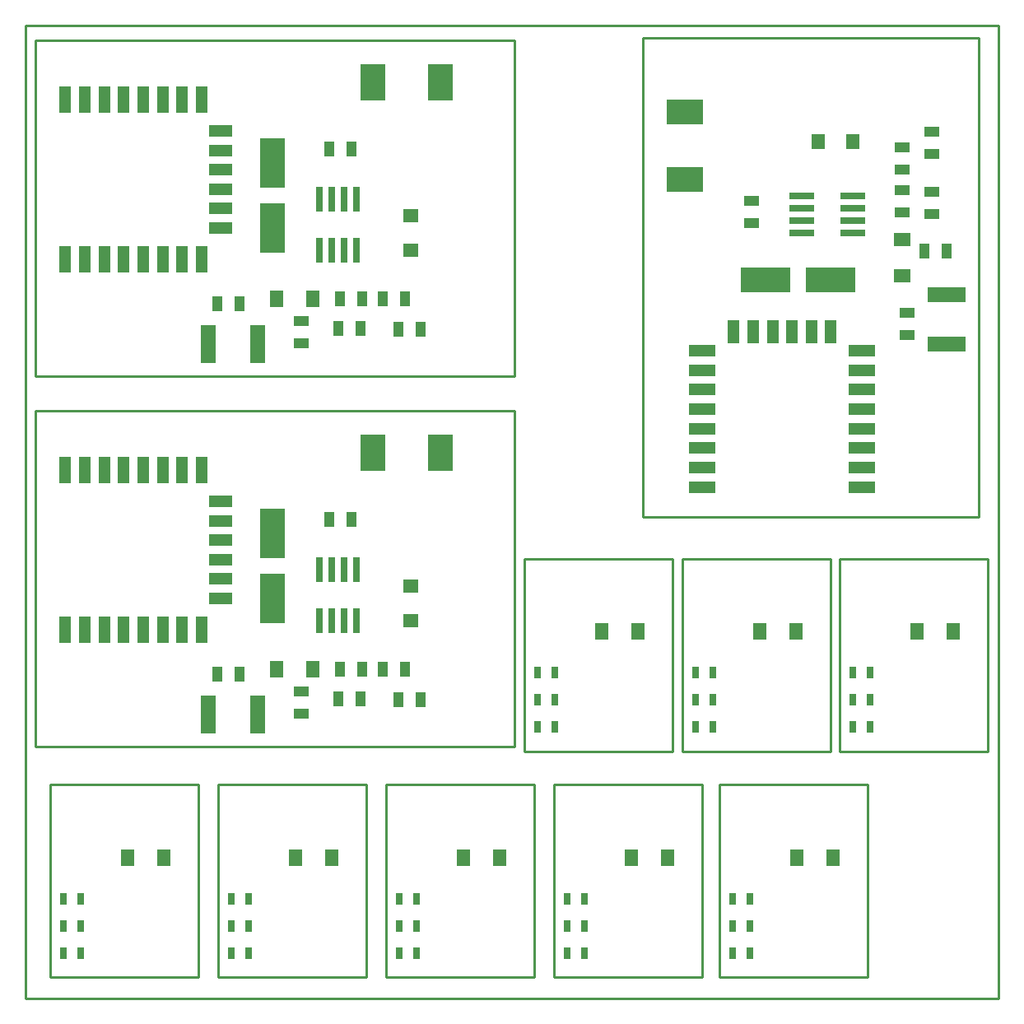
<source format=gbp>
%FSLAX25Y25*%
%MOIN*%
G70*
G01*
G75*
G04 Layer_Color=128*
%ADD10R,0.01772X0.06299*%
%ADD11R,0.06299X0.13386*%
%ADD12R,0.05512X0.01654*%
%ADD13R,0.04724X0.04724*%
%ADD14R,0.08465X0.05000*%
%ADD15R,0.09000X0.15000*%
%ADD16R,0.05906X0.03937*%
%ADD17R,0.03937X0.05906*%
%ADD18R,0.07874X0.11024*%
%ADD19R,0.03500X0.05000*%
%ADD20R,0.07874X0.15748*%
%ADD21R,0.06299X0.09449*%
%ADD22R,0.05512X0.07087*%
%ADD23R,0.05906X0.15748*%
%ADD24R,0.06299X0.01772*%
%ADD25R,0.13386X0.06299*%
%ADD26R,0.01654X0.05512*%
%ADD27R,0.04724X0.04724*%
%ADD28R,0.05000X0.08465*%
%ADD29R,0.15000X0.09000*%
%ADD30R,0.11024X0.07874*%
%ADD31R,0.15748X0.05906*%
%ADD32R,0.05000X0.03500*%
%ADD33R,0.15748X0.07874*%
%ADD34R,0.09449X0.06299*%
%ADD35R,0.07087X0.05512*%
%ADD36R,0.06600X0.01700*%
%ADD37C,0.02500*%
%ADD38C,0.02000*%
%ADD39C,0.03000*%
%ADD40C,0.01500*%
%ADD41C,0.04000*%
%ADD42C,0.01000*%
%ADD43C,0.01800*%
%ADD44R,0.01600X0.04800*%
%ADD45R,0.34200X0.03200*%
%ADD46R,0.14413X0.28346*%
%ADD47R,0.04800X0.01600*%
%ADD48R,0.03200X0.34200*%
%ADD49R,0.28346X0.14413*%
%ADD50C,0.15800*%
%ADD51R,0.05512X0.07874*%
%ADD52R,0.05118X0.07874*%
%ADD53C,0.07874*%
%ADD54R,0.07874X0.05512*%
%ADD55R,0.07874X0.05118*%
%ADD56C,0.05000*%
%ADD57C,0.04000*%
%ADD58C,0.06000*%
%ADD59C,0.03937*%
%ADD60R,0.09449X0.04724*%
%ADD61R,0.04724X0.11024*%
%ADD62R,0.03000X0.10000*%
%ADD63R,0.10000X0.20000*%
%ADD64R,0.06299X0.05512*%
%ADD65R,0.09843X0.14961*%
%ADD66R,0.04724X0.09449*%
%ADD67R,0.11024X0.04724*%
%ADD68R,0.10000X0.03000*%
%ADD69R,0.20000X0.10000*%
%ADD70R,0.05512X0.06299*%
%ADD71R,0.14961X0.09843*%
%ADD72R,0.03150X0.04724*%
%ADD73C,0.03500*%
%ADD74R,0.26400X0.28346*%
%ADD75R,0.28346X0.26400*%
%ADD76C,0.00200*%
%ADD77C,0.00591*%
%ADD78C,0.00394*%
%ADD79C,0.00787*%
%ADD80C,0.00500*%
%ADD81C,0.00050*%
%ADD82C,0.00800*%
%ADD83R,0.02300X0.06299*%
%ADD84R,0.06299X0.02300*%
%ADD85R,0.02572X0.07099*%
%ADD86R,0.07099X0.14186*%
%ADD87R,0.06312X0.02454*%
%ADD88R,0.05524X0.05524*%
%ADD89R,0.09265X0.05800*%
%ADD90R,0.09800X0.15800*%
%ADD91R,0.06706X0.04737*%
%ADD92R,0.04737X0.06706*%
%ADD93R,0.08674X0.11824*%
%ADD94R,0.04300X0.05800*%
%ADD95R,0.08674X0.16548*%
%ADD96R,0.07099X0.10249*%
%ADD97R,0.06312X0.07887*%
%ADD98R,0.06706X0.16548*%
%ADD99R,0.07099X0.02572*%
%ADD100R,0.14186X0.07099*%
%ADD101R,0.02454X0.06312*%
%ADD102R,0.05524X0.05524*%
%ADD103R,0.05800X0.09265*%
%ADD104R,0.15800X0.09800*%
%ADD105R,0.11824X0.08674*%
%ADD106R,0.16548X0.06706*%
%ADD107R,0.05800X0.04300*%
%ADD108R,0.16548X0.08674*%
%ADD109R,0.10249X0.07099*%
%ADD110R,0.07887X0.06312*%
%ADD111R,0.07400X0.02500*%
%ADD112C,0.16600*%
%ADD113R,0.06312X0.08674*%
%ADD114R,0.05918X0.08674*%
%ADD115C,0.08674*%
%ADD116R,0.08674X0.06312*%
%ADD117R,0.08674X0.05918*%
%ADD118C,0.05800*%
%ADD119C,0.04800*%
%ADD120C,0.06800*%
%ADD121C,0.04737*%
%ADD122R,0.10249X0.05524*%
%ADD123R,0.05524X0.11824*%
%ADD124R,0.03800X0.10800*%
%ADD125R,0.10800X0.20800*%
%ADD126R,0.07099X0.06312*%
%ADD127R,0.10642X0.15761*%
%ADD128R,0.05524X0.10249*%
%ADD129R,0.11824X0.05524*%
%ADD130R,0.10800X0.03800*%
%ADD131R,0.20800X0.10800*%
%ADD132R,0.06312X0.07099*%
%ADD133R,0.15761X0.10642*%
%ADD134R,0.03950X0.05524*%
D16*
X221768Y384132D02*
D03*
Y375132D02*
D03*
Y234132D02*
D03*
Y225132D02*
D03*
X466868Y387768D02*
D03*
Y378768D02*
D03*
X464868Y437268D02*
D03*
Y428268D02*
D03*
X476868Y427768D02*
D03*
Y436768D02*
D03*
X476900Y452100D02*
D03*
Y461100D02*
D03*
X464868Y454768D02*
D03*
Y445768D02*
D03*
X404000Y433100D02*
D03*
Y424100D02*
D03*
D17*
X196768Y391132D02*
D03*
X187768D02*
D03*
X246268Y393132D02*
D03*
X237268D02*
D03*
X236768Y381132D02*
D03*
X245768D02*
D03*
X261100Y381100D02*
D03*
X270100D02*
D03*
X263768Y393132D02*
D03*
X254768D02*
D03*
X242100Y454000D02*
D03*
X233100D02*
D03*
X242100Y304000D02*
D03*
X233100D02*
D03*
X263768Y243132D02*
D03*
X254768D02*
D03*
X261100Y231100D02*
D03*
X270100D02*
D03*
X236768Y231132D02*
D03*
X245768D02*
D03*
X246268Y243132D02*
D03*
X237268D02*
D03*
X196768Y241132D02*
D03*
X187768D02*
D03*
X473868Y412768D02*
D03*
X482868D02*
D03*
D22*
X211768Y393132D02*
D03*
X226335D02*
D03*
X211768Y243132D02*
D03*
X226335D02*
D03*
X166000Y167000D02*
D03*
X151433D02*
D03*
X234000D02*
D03*
X219433D02*
D03*
X370000D02*
D03*
X355433D02*
D03*
X302000D02*
D03*
X287433D02*
D03*
X437000D02*
D03*
X422433D02*
D03*
X485500Y258500D02*
D03*
X470933D02*
D03*
X358000D02*
D03*
X343433D02*
D03*
X422000D02*
D03*
X407433D02*
D03*
D23*
X184100Y375100D02*
D03*
X204100D02*
D03*
X184100Y225100D02*
D03*
X204100D02*
D03*
D31*
X482900Y375100D02*
D03*
Y395100D02*
D03*
D35*
X464868Y402768D02*
D03*
Y417335D02*
D03*
D42*
X110000Y110000D02*
Y504000D01*
Y110000D02*
X504000D01*
Y504000D01*
X110000D02*
X504000D01*
X308100Y362100D02*
Y498100D01*
X114100D02*
X308100D01*
X114100Y362100D02*
X308100D01*
X114100D02*
Y498100D01*
Y212100D02*
Y348100D01*
Y212100D02*
X308100D01*
X114100Y348100D02*
X308100D01*
Y212100D02*
Y348100D01*
X359900Y499100D02*
X495900D01*
X359900Y305100D02*
Y499100D01*
X495900Y305100D02*
Y499100D01*
X359900Y305100D02*
X495900D01*
X120000Y196500D02*
X180000D01*
X120000Y118500D02*
Y196500D01*
Y118500D02*
X180000D01*
Y196500D01*
X248000Y118500D02*
Y196500D01*
X188000Y118500D02*
X248000D01*
X188000D02*
Y196500D01*
X248000D01*
X324000D02*
X384000D01*
X324000Y118500D02*
Y196500D01*
Y118500D02*
X384000D01*
Y196500D01*
X316000Y118500D02*
Y196500D01*
X256000Y118500D02*
X316000D01*
X256000D02*
Y196500D01*
X316000D01*
X451000Y118500D02*
Y196500D01*
X391000Y118500D02*
X451000D01*
X391000D02*
Y196500D01*
X451000D01*
X439500Y288000D02*
X499500D01*
X439500Y210000D02*
Y288000D01*
Y210000D02*
X499500D01*
Y288000D01*
X312000D02*
X372000D01*
X312000Y210000D02*
Y288000D01*
Y210000D02*
X372000D01*
Y288000D01*
X436000Y210000D02*
Y288000D01*
X376000Y210000D02*
X436000D01*
X376000D02*
Y288000D01*
X436000D01*
D60*
X189092Y421919D02*
D03*
Y429793D02*
D03*
Y437667D02*
D03*
Y445541D02*
D03*
Y453415D02*
D03*
Y461289D02*
D03*
Y271919D02*
D03*
Y279793D02*
D03*
Y287667D02*
D03*
Y295541D02*
D03*
Y303415D02*
D03*
Y311289D02*
D03*
D61*
X181218Y473887D02*
D03*
X173344D02*
D03*
X165470D02*
D03*
X157596D02*
D03*
X149722D02*
D03*
X141848D02*
D03*
X133974D02*
D03*
X126100D02*
D03*
Y409320D02*
D03*
X133974D02*
D03*
X141848D02*
D03*
X149722D02*
D03*
X157596D02*
D03*
X165470D02*
D03*
X173344D02*
D03*
X181218D02*
D03*
Y323887D02*
D03*
X173344D02*
D03*
X165470D02*
D03*
X157596D02*
D03*
X149722D02*
D03*
X141848D02*
D03*
X133974D02*
D03*
X126100D02*
D03*
Y259320D02*
D03*
X133974D02*
D03*
X141848D02*
D03*
X149722D02*
D03*
X157596D02*
D03*
X165470D02*
D03*
X173344D02*
D03*
X181218D02*
D03*
D62*
X229100Y433600D02*
D03*
X234100D02*
D03*
X239100D02*
D03*
X244100D02*
D03*
X239100Y413100D02*
D03*
X234100D02*
D03*
X244100D02*
D03*
X229100D02*
D03*
Y283600D02*
D03*
X234100D02*
D03*
X239100D02*
D03*
X244100D02*
D03*
X239100Y263100D02*
D03*
X234100D02*
D03*
X244100D02*
D03*
X229100D02*
D03*
D63*
X210100Y448300D02*
D03*
Y421900D02*
D03*
Y298300D02*
D03*
Y271900D02*
D03*
D64*
X266100Y412927D02*
D03*
Y427100D02*
D03*
Y262927D02*
D03*
Y277100D02*
D03*
D65*
X250510Y481100D02*
D03*
X278068D02*
D03*
X250510Y331100D02*
D03*
X278068D02*
D03*
D66*
X436081Y380092D02*
D03*
X428207D02*
D03*
X420333D02*
D03*
X412459D02*
D03*
X404585D02*
D03*
X396711D02*
D03*
D67*
X384113Y372218D02*
D03*
Y364344D02*
D03*
Y356470D02*
D03*
Y348596D02*
D03*
Y340722D02*
D03*
Y332848D02*
D03*
Y324974D02*
D03*
Y317100D02*
D03*
X448679D02*
D03*
Y324974D02*
D03*
Y332848D02*
D03*
Y340722D02*
D03*
Y348596D02*
D03*
Y356470D02*
D03*
Y364344D02*
D03*
Y372218D02*
D03*
D68*
X424400Y420100D02*
D03*
Y425100D02*
D03*
Y430100D02*
D03*
Y435100D02*
D03*
X444900Y430100D02*
D03*
Y425100D02*
D03*
Y435100D02*
D03*
Y420100D02*
D03*
D69*
X409700Y401100D02*
D03*
X436100D02*
D03*
D70*
X445073Y457100D02*
D03*
X430900D02*
D03*
D71*
X376900Y441509D02*
D03*
Y469068D02*
D03*
D72*
X125307Y150327D02*
D03*
X132394D02*
D03*
X125307Y139327D02*
D03*
X132394D02*
D03*
X125307Y128327D02*
D03*
X132394D02*
D03*
X193307D02*
D03*
X200394D02*
D03*
X193307Y139327D02*
D03*
X200394D02*
D03*
X193307Y150327D02*
D03*
X200394D02*
D03*
X329307D02*
D03*
X336394D02*
D03*
X329307Y139327D02*
D03*
X336394D02*
D03*
X329307Y128327D02*
D03*
X336394D02*
D03*
X261307D02*
D03*
X268394D02*
D03*
X261307Y139327D02*
D03*
X268394D02*
D03*
X261307Y150327D02*
D03*
X268394D02*
D03*
X396307Y128327D02*
D03*
X403394D02*
D03*
X396307Y139327D02*
D03*
X403394D02*
D03*
X396307Y150327D02*
D03*
X403394D02*
D03*
X444807Y241827D02*
D03*
X451894D02*
D03*
X444807Y230827D02*
D03*
X451894D02*
D03*
X444807Y219827D02*
D03*
X451894D02*
D03*
X317307Y241827D02*
D03*
X324394D02*
D03*
X317307Y230827D02*
D03*
X324394D02*
D03*
X317307Y219827D02*
D03*
X324394D02*
D03*
X381307D02*
D03*
X388394D02*
D03*
X381307Y230827D02*
D03*
X388394D02*
D03*
X381307Y241827D02*
D03*
X388394D02*
D03*
M02*

</source>
